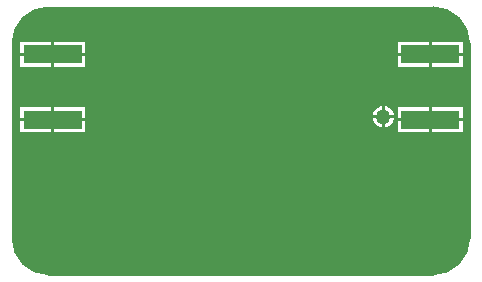
<source format=gbl>
G04*
G04 #@! TF.GenerationSoftware,Altium Limited,Altium Designer,20.0.10 (225)*
G04*
G04 Layer_Physical_Order=2*
G04 Layer_Color=16711680*
%FSLAX25Y25*%
%MOIN*%
G70*
G01*
G75*
%ADD12C,0.01000*%
%ADD16R,0.19685X0.06299*%
%ADD22C,0.05000*%
G36*
X307427Y470298D02*
X308923Y469897D01*
X310353Y469305D01*
X311694Y468531D01*
X312922Y467588D01*
X314017Y466493D01*
X314960Y465265D01*
X315734Y463924D01*
X316326Y462494D01*
X316727Y460998D01*
X316929Y459463D01*
Y458689D01*
Y393701D01*
Y392927D01*
X316727Y391392D01*
X316326Y389896D01*
X315734Y388466D01*
X314960Y387125D01*
X314017Y385896D01*
X312922Y384802D01*
X311694Y383859D01*
X310353Y383085D01*
X308923Y382493D01*
X307427Y382092D01*
X305892Y381890D01*
X305118D01*
Y381890D01*
X176811D01*
Y381890D01*
X176037D01*
X174502Y382092D01*
X173006Y382493D01*
X171576Y383085D01*
X170235Y383859D01*
X169007Y384802D01*
X167912Y385896D01*
X166970Y387125D01*
X166195Y388466D01*
X165603Y389896D01*
X165202Y391392D01*
X165000Y392927D01*
Y393701D01*
X165000D01*
Y458689D01*
Y459463D01*
X165202Y460998D01*
X165603Y462494D01*
X166195Y463924D01*
X166969Y465265D01*
X167912Y466493D01*
X169007Y467588D01*
X170235Y468531D01*
X171576Y469305D01*
X173006Y469897D01*
X174502Y470298D01*
X176037Y470500D01*
X176811D01*
Y470500D01*
X305118D01*
X305892Y470500D01*
X307427Y470298D01*
D02*
G37*
%LPC*%
G36*
X189032Y459191D02*
X178689D01*
Y455542D01*
X189032D01*
Y459191D01*
D02*
G37*
G36*
X177689D02*
X167347D01*
Y455542D01*
X177689D01*
Y459191D01*
D02*
G37*
G36*
X314937D02*
X304594D01*
Y455542D01*
X314937D01*
Y459191D01*
D02*
G37*
G36*
X303594D02*
X293252D01*
Y455542D01*
X303594D01*
Y459191D01*
D02*
G37*
G36*
X314937Y454542D02*
X304594D01*
Y450892D01*
X314937D01*
Y454542D01*
D02*
G37*
G36*
X303594D02*
X293252D01*
Y450892D01*
X303594D01*
Y454542D01*
D02*
G37*
G36*
X189032Y454542D02*
X178689D01*
Y450892D01*
X189032D01*
Y454542D01*
D02*
G37*
G36*
X177689D02*
X167347D01*
Y450892D01*
X177689D01*
Y454542D01*
D02*
G37*
G36*
X289000Y437703D02*
Y434738D01*
X291964D01*
X291910Y435152D01*
X291557Y436003D01*
X290996Y436734D01*
X290265Y437295D01*
X289414Y437648D01*
X289000Y437703D01*
D02*
G37*
G36*
X288000D02*
X287586Y437648D01*
X286735Y437295D01*
X286004Y436734D01*
X285443Y436003D01*
X285090Y435152D01*
X285036Y434738D01*
X288000D01*
Y437703D01*
D02*
G37*
G36*
X189032Y437380D02*
X178689D01*
Y433731D01*
X189032D01*
Y437380D01*
D02*
G37*
G36*
X177689D02*
X167347D01*
Y433731D01*
X177689D01*
Y437380D01*
D02*
G37*
G36*
X314937D02*
X304594D01*
Y433731D01*
X314937D01*
Y437380D01*
D02*
G37*
G36*
X303594D02*
X293252D01*
Y433731D01*
X303594D01*
Y437380D01*
D02*
G37*
G36*
X291964Y433738D02*
X289000D01*
Y430774D01*
X289414Y430828D01*
X290265Y431181D01*
X290996Y431742D01*
X291557Y432473D01*
X291910Y433324D01*
X291964Y433738D01*
D02*
G37*
G36*
X288000D02*
X285036D01*
X285090Y433324D01*
X285443Y432473D01*
X286004Y431742D01*
X286735Y431181D01*
X287586Y430828D01*
X288000Y430774D01*
Y433738D01*
D02*
G37*
G36*
X314937Y432731D02*
X304594D01*
Y429081D01*
X314937D01*
Y432731D01*
D02*
G37*
G36*
X303594D02*
X293252D01*
Y429081D01*
X303594D01*
Y432731D01*
D02*
G37*
G36*
X189032Y432731D02*
X178689D01*
Y429081D01*
X189032D01*
Y432731D01*
D02*
G37*
G36*
X177689D02*
X167347D01*
Y429081D01*
X177689D01*
Y432731D01*
D02*
G37*
%LPD*%
D12*
X305118Y381890D02*
G03*
X316929Y393701I0J11811D01*
G01*
X165000D02*
G03*
X176811Y381890I11811J0D01*
G01*
X316929Y458689D02*
G03*
X305118Y470500I-11811J0D01*
G01*
X176811D02*
G03*
X165000Y458689I0J-11811D01*
G01*
X316929Y393701D02*
Y458689D01*
X176811Y381890D02*
X305118D01*
X165000Y393701D02*
Y458500D01*
X176811Y470500D02*
X305118D01*
D16*
X304095Y455042D02*
D03*
Y433231D02*
D03*
X178189D02*
D03*
Y455042D02*
D03*
D22*
X179000Y463500D02*
D03*
X288500Y434238D02*
D03*
X279167Y453000D02*
D03*
X288500D02*
D03*
X194000Y433500D02*
D03*
X294500Y463000D02*
D03*
X266500Y434000D02*
D03*
X216500Y412500D02*
D03*
Y404500D02*
D03*
X197000Y407500D02*
D03*
Y415500D02*
D03*
X288500Y418000D02*
D03*
Y409908D02*
D03*
X266500Y399433D02*
D03*
X288500D02*
D03*
X266500Y412989D02*
D03*
Y425000D02*
D03*
X239000Y453000D02*
D03*
X234500Y434000D02*
D03*
X247439D02*
D03*
X252500Y453000D02*
D03*
X197000Y426000D02*
D03*
X216500Y425500D02*
D03*
X266500Y453000D02*
D03*
X257000Y434000D02*
D03*
X288500Y426500D02*
D03*
X193500Y455500D02*
D03*
X216500Y432500D02*
D03*
X224000Y434000D02*
D03*
X226542Y453000D02*
D03*
X217155D02*
D03*
X208500D02*
D03*
X201000D02*
D03*
X277500Y388000D02*
D03*
X206500Y387500D02*
D03*
M02*

</source>
